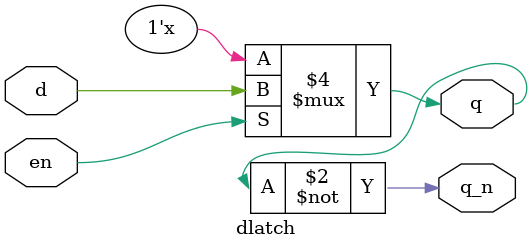
<source format=v>

module dlatch
(
    input d,
    input en,
    output reg q,
    output  q_n
);

always @*
    if(en)
        q = d;

assign q_n = ~q;

endmodule

</source>
